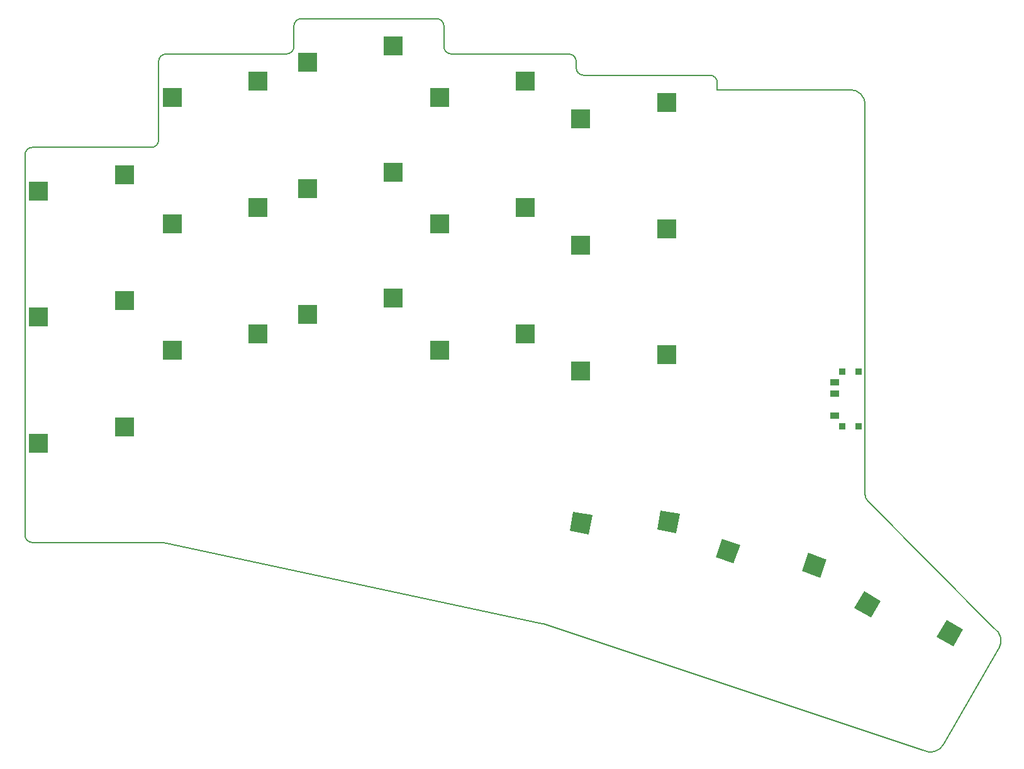
<source format=gbr>
G04 #@! TF.GenerationSoftware,KiCad,Pcbnew,5.1.5+dfsg1-2build2*
G04 #@! TF.CreationDate,2022-10-01T08:21:12+00:00*
G04 #@! TF.ProjectId,board,626f6172-642e-46b6-9963-61645f706362,v1.0.0*
G04 #@! TF.SameCoordinates,Original*
G04 #@! TF.FileFunction,Paste,Top*
G04 #@! TF.FilePolarity,Positive*
%FSLAX46Y46*%
G04 Gerber Fmt 4.6, Leading zero omitted, Abs format (unit mm)*
G04 Created by KiCad (PCBNEW 5.1.5+dfsg1-2build2) date 2022-10-01 08:21:12*
%MOMM*%
%LPD*%
G04 APERTURE LIST*
G04 #@! TA.AperFunction,Profile*
%ADD10C,0.150000*%
G04 #@! TD*
%ADD11R,2.600000X2.600000*%
%ADD12C,0.350000*%
%ADD13R,1.250000X0.900000*%
%ADD14R,0.900000X0.900000*%
G04 APERTURE END LIST*
D10*
X58900000Y40400000D02*
X76362107Y40400000D01*
X57900000Y41400000D02*
X57900000Y92600000D01*
X58900000Y93600000D02*
X74900000Y93600000D01*
X76900000Y106173000D02*
X93100000Y106173000D01*
X75900000Y94600000D02*
X75900000Y105173000D01*
X95100000Y110935500D02*
X113300000Y110935500D01*
X114300000Y109935500D02*
X114300000Y107173000D01*
X94100000Y107173000D02*
X94100000Y109935500D01*
X115300000Y106173000D02*
X131100000Y106173000D01*
X132100000Y105173000D02*
X132100000Y104315500D01*
X151100000Y101365500D02*
X151100000Y102315500D01*
X133100000Y103315500D02*
X150100000Y103315500D01*
X181522028Y13173828D02*
G75*
G02X178789978Y12441778I-1732050J1000000D01*
G01*
X181522029Y13173828D02*
X189022029Y26164210D01*
X188374085Y28844898D02*
G75*
G02X189022029Y26164210I-1084107J-1680688D01*
G01*
X150100000Y103315500D02*
G75*
G02X151100000Y102315500I0J-1000000D01*
G01*
X133100000Y103315500D02*
G75*
G02X132100000Y104315500I0J1000000D01*
G01*
X131100000Y106173000D02*
G75*
G02X132100000Y105173000I0J-1000000D01*
G01*
X115300000Y106173000D02*
G75*
G02X114300000Y107173000I0J1000000D01*
G01*
X113300000Y110935500D02*
G75*
G02X114300000Y109935500I0J-1000000D01*
G01*
X94100000Y109935500D02*
G75*
G02X95100000Y110935500I1000000J0D01*
G01*
X94100000Y107173000D02*
G75*
G02X93100000Y106173000I-1000000J0D01*
G01*
X75900000Y105173000D02*
G75*
G02X76900000Y106173000I1000000J0D01*
G01*
X75900000Y94600000D02*
G75*
G02X74900000Y93600000I-1000000J0D01*
G01*
X57900000Y92600000D02*
G75*
G02X58900000Y93600000I1000000J0D01*
G01*
X58900000Y40400000D02*
G75*
G02X57900000Y41400000I0J1000000D01*
G01*
X171288969Y46087542D02*
X188205108Y28982080D01*
X178789978Y12441778D02*
X127662129Y29450048D01*
X127555520Y29479080D02*
X76571152Y40377906D01*
X171000000Y46790703D02*
X171000000Y99365500D01*
X169000000Y101365500D02*
G75*
G02X171000000Y99365500I0J-2000000D01*
G01*
X169000000Y101365500D02*
X151100000Y101365500D01*
X76362107Y40400000D02*
G75*
G02X76571152Y40377906I0J-1000000D01*
G01*
X127555520Y29479080D02*
G75*
G02X127662129Y29450048I-209045J-977906D01*
G01*
X188374085Y28844897D02*
G75*
G02X188205108Y28982080I542053J840344D01*
G01*
X171288969Y46087542D02*
G75*
G02X171000000Y46790703I711031J703161D01*
G01*
D11*
G04 #@! TO.C,S1*
X71275000Y55950000D03*
X59725000Y53750000D03*
G04 #@! TD*
G04 #@! TO.C,S3*
X71275000Y72950000D03*
X59725000Y70750000D03*
G04 #@! TD*
G04 #@! TO.C,S5*
X71275000Y89950000D03*
X59725000Y87750000D03*
G04 #@! TD*
G04 #@! TO.C,S7*
X89275000Y68523000D03*
X77725000Y66323000D03*
G04 #@! TD*
G04 #@! TO.C,S9*
X89275000Y85523000D03*
X77725000Y83323000D03*
G04 #@! TD*
G04 #@! TO.C,S11*
X89275000Y102523000D03*
X77725000Y100323000D03*
G04 #@! TD*
G04 #@! TO.C,S13*
X107475000Y73285500D03*
X95925000Y71085500D03*
G04 #@! TD*
G04 #@! TO.C,S15*
X107475000Y90285500D03*
X95925000Y88085500D03*
G04 #@! TD*
G04 #@! TO.C,S17*
X107475000Y107286000D03*
X95925000Y105086000D03*
G04 #@! TD*
G04 #@! TO.C,S19*
X125275000Y68523000D03*
X113725000Y66323000D03*
G04 #@! TD*
G04 #@! TO.C,S21*
X125275000Y85523000D03*
X113725000Y83323000D03*
G04 #@! TD*
G04 #@! TO.C,S23*
X125275000Y102523000D03*
X113725000Y100323000D03*
G04 #@! TD*
G04 #@! TO.C,S25*
X144275000Y65665500D03*
X132725000Y63465500D03*
G04 #@! TD*
G04 #@! TO.C,S27*
X144275000Y82665500D03*
X132725000Y80465500D03*
G04 #@! TD*
G04 #@! TO.C,S29*
X144275000Y99665500D03*
X132725000Y97465500D03*
G04 #@! TD*
D12*
G04 #@! TO.C,S31*
G36*
X143018459Y42134301D02*
G01*
X143469945Y44694801D01*
X146030445Y44243315D01*
X145578959Y41682815D01*
X143018459Y42134301D01*
G37*
G36*
X131261904Y41973361D02*
G01*
X131713390Y44533861D01*
X134273890Y44082375D01*
X133822404Y41521875D01*
X131261904Y41973361D01*
G37*
G04 #@! TD*
G04 #@! TO.C,S33*
G36*
X162463286Y36567481D02*
G01*
X163352539Y39010682D01*
X165795740Y38121429D01*
X164906487Y35678228D01*
X162463286Y36567481D01*
G37*
G36*
X150857392Y38450490D02*
G01*
X151746645Y40893691D01*
X154189846Y40004438D01*
X153300593Y37561237D01*
X150857392Y38450490D01*
G37*
G04 #@! TD*
G04 #@! TO.C,S35*
G36*
X180647400Y27708518D02*
G01*
X181947400Y29960184D01*
X184199066Y28660184D01*
X182899066Y26408518D01*
X180647400Y27708518D01*
G37*
G36*
X169544807Y31578262D02*
G01*
X170844807Y33829928D01*
X173096473Y32529928D01*
X171796473Y30278262D01*
X169544807Y31578262D01*
G37*
G04 #@! TD*
D13*
G04 #@! TO.C,T1*
X166925000Y57465500D03*
X166925000Y60465500D03*
X166925000Y61965500D03*
D14*
X170100000Y56015500D03*
X167900000Y56015500D03*
X167900000Y63415500D03*
X170100000Y63415500D03*
G04 #@! TD*
M02*

</source>
